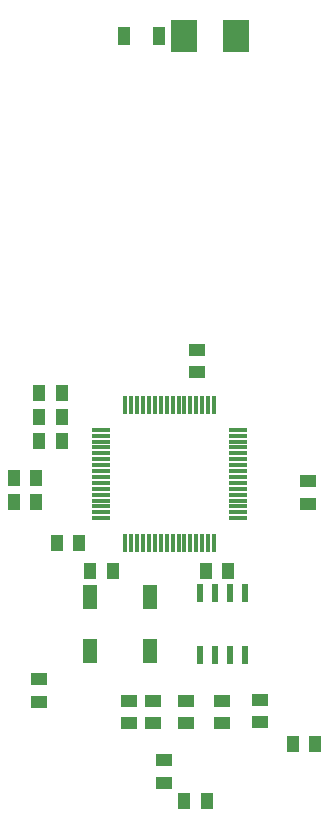
<source format=gbr>
%TF.GenerationSoftware,Altium Limited,Altium Designer,20.1.14 (287)*%
G04 Layer_Color=128*
%FSLAX25Y25*%
%MOIN*%
%TF.SameCoordinates,EAB65FBB-9CC0-4E70-8F82-B449C0BBF2B7*%
%TF.FilePolarity,Positive*%
%TF.FileFunction,Paste,Bot*%
%TF.Part,Single*%
G01*
G75*
%TA.AperFunction,SMDPad,CuDef*%
%ADD10R,0.05512X0.04134*%
%ADD34R,0.03937X0.06299*%
%ADD35R,0.01181X0.06496*%
%ADD36R,0.06496X0.01181*%
%ADD37R,0.05118X0.08268*%
%ADD38R,0.02362X0.05906*%
%ADD39R,0.04134X0.05512*%
%ADD40R,0.08500X0.10799*%
D10*
X63000Y40520D02*
D03*
Y48000D02*
D03*
X136500Y33760D02*
D03*
Y41240D02*
D03*
X112000Y33500D02*
D03*
Y40980D02*
D03*
X101000Y33500D02*
D03*
Y40980D02*
D03*
X124000Y33500D02*
D03*
Y40980D02*
D03*
X104500Y21000D02*
D03*
Y13520D02*
D03*
X93000Y33410D02*
D03*
Y40890D02*
D03*
X152500Y114091D02*
D03*
Y106610D02*
D03*
X115500Y157890D02*
D03*
Y150409D02*
D03*
D34*
X103000Y262500D02*
D03*
X91189D02*
D03*
D35*
X91736Y139338D02*
D03*
X93705D02*
D03*
X95673D02*
D03*
X97642D02*
D03*
X99610D02*
D03*
X101579D02*
D03*
X103547D02*
D03*
X105516D02*
D03*
X107484D02*
D03*
X109453D02*
D03*
X111421D02*
D03*
X113390D02*
D03*
X115358D02*
D03*
X117327D02*
D03*
X119295D02*
D03*
X121264D02*
D03*
Y93662D02*
D03*
X119295D02*
D03*
X117327D02*
D03*
X115358D02*
D03*
X113390D02*
D03*
X111421D02*
D03*
X109453D02*
D03*
X107484D02*
D03*
X105516D02*
D03*
X103547D02*
D03*
X101579D02*
D03*
X99610D02*
D03*
X97642D02*
D03*
X95673D02*
D03*
X93705D02*
D03*
X91736D02*
D03*
D36*
X129338Y131264D02*
D03*
Y129295D02*
D03*
Y127327D02*
D03*
Y125358D02*
D03*
Y123390D02*
D03*
Y121421D02*
D03*
Y119453D02*
D03*
Y117484D02*
D03*
Y115516D02*
D03*
Y113547D02*
D03*
Y111579D02*
D03*
Y109610D02*
D03*
Y107642D02*
D03*
Y105673D02*
D03*
Y103705D02*
D03*
Y101736D02*
D03*
X83662D02*
D03*
Y103705D02*
D03*
Y105673D02*
D03*
Y107642D02*
D03*
Y109610D02*
D03*
Y111579D02*
D03*
Y113547D02*
D03*
Y115516D02*
D03*
Y117484D02*
D03*
Y119453D02*
D03*
Y121421D02*
D03*
Y123390D02*
D03*
Y125358D02*
D03*
Y127327D02*
D03*
Y129295D02*
D03*
Y131264D02*
D03*
D37*
X100000Y75555D02*
D03*
X80000D02*
D03*
Y57445D02*
D03*
X100000D02*
D03*
D38*
X116500Y56012D02*
D03*
X121500D02*
D03*
X126500D02*
D03*
X131500D02*
D03*
Y76878D02*
D03*
X126500D02*
D03*
X121500D02*
D03*
X116500D02*
D03*
D39*
X147520Y26500D02*
D03*
X155000D02*
D03*
X63000Y143500D02*
D03*
X70480D02*
D03*
X63000Y135500D02*
D03*
X70480D02*
D03*
X63000Y127500D02*
D03*
X70480D02*
D03*
X80000Y84000D02*
D03*
X87480D02*
D03*
X126091Y84000D02*
D03*
X118610D02*
D03*
X118890Y7500D02*
D03*
X111409D02*
D03*
X68910Y93500D02*
D03*
X76390D02*
D03*
X62090Y115000D02*
D03*
X54610D02*
D03*
X54610Y107000D02*
D03*
X62091D02*
D03*
D40*
X128701Y262500D02*
D03*
X111299D02*
D03*
%TF.MD5,878a06b773b5c2c22362d13a776b94d7*%
M02*

</source>
